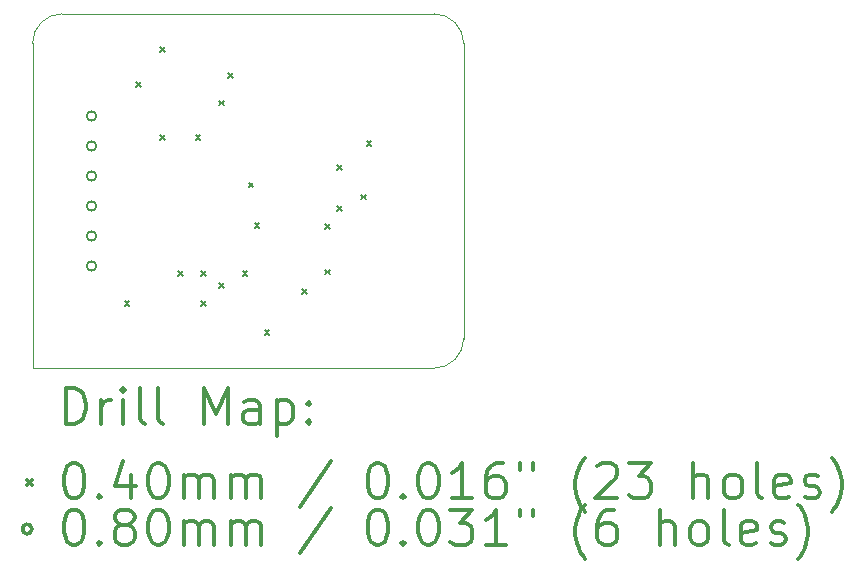
<source format=gbr>
%FSLAX45Y45*%
G04 Gerber Fmt 4.5, Leading zero omitted, Abs format (unit mm)*
G04 Created by KiCad (PCBNEW 5.1.2) date 2019-05-24 19:47:37*
%MOMM*%
%LPD*%
G04 APERTURE LIST*
%ADD10C,0.120000*%
%ADD11C,0.200000*%
%ADD12C,0.300000*%
G04 APERTURE END LIST*
D10*
X12300000Y-5900000D02*
G75*
G02X12550000Y-6150000I0J-250000D01*
G01*
X12550000Y-8650000D02*
G75*
G02X12300000Y-8900000I-250000J0D01*
G01*
X8900000Y-6150000D02*
G75*
G02X9150000Y-5900000I250000J0D01*
G01*
X8900000Y-8900000D02*
X8900000Y-6150000D01*
X12300000Y-8900000D02*
X8900000Y-8900000D01*
X12550000Y-6150000D02*
X12550000Y-8650000D01*
X9150000Y-5900000D02*
X12300000Y-5900000D01*
D11*
X9680000Y-8330000D02*
X9720000Y-8370000D01*
X9720000Y-8330000D02*
X9680000Y-8370000D01*
X9780000Y-6480000D02*
X9820000Y-6520000D01*
X9820000Y-6480000D02*
X9780000Y-6520000D01*
X9980000Y-6180000D02*
X10020000Y-6220000D01*
X10020000Y-6180000D02*
X9980000Y-6220000D01*
X9980000Y-6930000D02*
X10020000Y-6970000D01*
X10020000Y-6930000D02*
X9980000Y-6970000D01*
X10130000Y-8080000D02*
X10170000Y-8120000D01*
X10170000Y-8080000D02*
X10130000Y-8120000D01*
X10280000Y-6930000D02*
X10320000Y-6970000D01*
X10320000Y-6930000D02*
X10280000Y-6970000D01*
X10330000Y-8080000D02*
X10370000Y-8120000D01*
X10370000Y-8080000D02*
X10330000Y-8120000D01*
X10330000Y-8330000D02*
X10370000Y-8370000D01*
X10370000Y-8330000D02*
X10330000Y-8370000D01*
X10480000Y-6635000D02*
X10520000Y-6675000D01*
X10520000Y-6635000D02*
X10480000Y-6675000D01*
X10480000Y-8180000D02*
X10520000Y-8220000D01*
X10520000Y-8180000D02*
X10480000Y-8220000D01*
X10480000Y-8180000D02*
X10520000Y-8220000D01*
X10520000Y-8180000D02*
X10480000Y-8220000D01*
X10555000Y-6405000D02*
X10595000Y-6445000D01*
X10595000Y-6405000D02*
X10555000Y-6445000D01*
X10680000Y-8080000D02*
X10720000Y-8120000D01*
X10720000Y-8080000D02*
X10680000Y-8120000D01*
X10730000Y-7330000D02*
X10770000Y-7370000D01*
X10770000Y-7330000D02*
X10730000Y-7370000D01*
X10780000Y-7675000D02*
X10820000Y-7715000D01*
X10820000Y-7675000D02*
X10780000Y-7715000D01*
X10865000Y-8580000D02*
X10905000Y-8620000D01*
X10905000Y-8580000D02*
X10865000Y-8620000D01*
X11180000Y-8230000D02*
X11220000Y-8270000D01*
X11220000Y-8230000D02*
X11180000Y-8270000D01*
X11380000Y-7680000D02*
X11420000Y-7720000D01*
X11420000Y-7680000D02*
X11380000Y-7720000D01*
X11380000Y-8065000D02*
X11420000Y-8105000D01*
X11420000Y-8065000D02*
X11380000Y-8105000D01*
X11480000Y-7180000D02*
X11520000Y-7220000D01*
X11520000Y-7180000D02*
X11480000Y-7220000D01*
X11480000Y-7530000D02*
X11520000Y-7570000D01*
X11520000Y-7530000D02*
X11480000Y-7570000D01*
X11680000Y-7430000D02*
X11720000Y-7470000D01*
X11720000Y-7430000D02*
X11680000Y-7470000D01*
X11730000Y-6980000D02*
X11770000Y-7020000D01*
X11770000Y-6980000D02*
X11730000Y-7020000D01*
X9440000Y-6765000D02*
G75*
G03X9440000Y-6765000I-40000J0D01*
G01*
X9440000Y-7019000D02*
G75*
G03X9440000Y-7019000I-40000J0D01*
G01*
X9440000Y-7273000D02*
G75*
G03X9440000Y-7273000I-40000J0D01*
G01*
X9440000Y-7527000D02*
G75*
G03X9440000Y-7527000I-40000J0D01*
G01*
X9440000Y-7781000D02*
G75*
G03X9440000Y-7781000I-40000J0D01*
G01*
X9440000Y-8035000D02*
G75*
G03X9440000Y-8035000I-40000J0D01*
G01*
D12*
X9180428Y-9371714D02*
X9180428Y-9071714D01*
X9251857Y-9071714D01*
X9294714Y-9086000D01*
X9323286Y-9114572D01*
X9337571Y-9143143D01*
X9351857Y-9200286D01*
X9351857Y-9243143D01*
X9337571Y-9300286D01*
X9323286Y-9328857D01*
X9294714Y-9357429D01*
X9251857Y-9371714D01*
X9180428Y-9371714D01*
X9480428Y-9371714D02*
X9480428Y-9171714D01*
X9480428Y-9228857D02*
X9494714Y-9200286D01*
X9509000Y-9186000D01*
X9537571Y-9171714D01*
X9566143Y-9171714D01*
X9666143Y-9371714D02*
X9666143Y-9171714D01*
X9666143Y-9071714D02*
X9651857Y-9086000D01*
X9666143Y-9100286D01*
X9680428Y-9086000D01*
X9666143Y-9071714D01*
X9666143Y-9100286D01*
X9851857Y-9371714D02*
X9823286Y-9357429D01*
X9809000Y-9328857D01*
X9809000Y-9071714D01*
X10009000Y-9371714D02*
X9980428Y-9357429D01*
X9966143Y-9328857D01*
X9966143Y-9071714D01*
X10351857Y-9371714D02*
X10351857Y-9071714D01*
X10451857Y-9286000D01*
X10551857Y-9071714D01*
X10551857Y-9371714D01*
X10823286Y-9371714D02*
X10823286Y-9214572D01*
X10809000Y-9186000D01*
X10780428Y-9171714D01*
X10723286Y-9171714D01*
X10694714Y-9186000D01*
X10823286Y-9357429D02*
X10794714Y-9371714D01*
X10723286Y-9371714D01*
X10694714Y-9357429D01*
X10680428Y-9328857D01*
X10680428Y-9300286D01*
X10694714Y-9271714D01*
X10723286Y-9257429D01*
X10794714Y-9257429D01*
X10823286Y-9243143D01*
X10966143Y-9171714D02*
X10966143Y-9471714D01*
X10966143Y-9186000D02*
X10994714Y-9171714D01*
X11051857Y-9171714D01*
X11080428Y-9186000D01*
X11094714Y-9200286D01*
X11109000Y-9228857D01*
X11109000Y-9314572D01*
X11094714Y-9343143D01*
X11080428Y-9357429D01*
X11051857Y-9371714D01*
X10994714Y-9371714D01*
X10966143Y-9357429D01*
X11237571Y-9343143D02*
X11251857Y-9357429D01*
X11237571Y-9371714D01*
X11223286Y-9357429D01*
X11237571Y-9343143D01*
X11237571Y-9371714D01*
X11237571Y-9186000D02*
X11251857Y-9200286D01*
X11237571Y-9214572D01*
X11223286Y-9200286D01*
X11237571Y-9186000D01*
X11237571Y-9214572D01*
X8854000Y-9846000D02*
X8894000Y-9886000D01*
X8894000Y-9846000D02*
X8854000Y-9886000D01*
X9237571Y-9701714D02*
X9266143Y-9701714D01*
X9294714Y-9716000D01*
X9309000Y-9730286D01*
X9323286Y-9758857D01*
X9337571Y-9816000D01*
X9337571Y-9887429D01*
X9323286Y-9944572D01*
X9309000Y-9973143D01*
X9294714Y-9987429D01*
X9266143Y-10001714D01*
X9237571Y-10001714D01*
X9209000Y-9987429D01*
X9194714Y-9973143D01*
X9180428Y-9944572D01*
X9166143Y-9887429D01*
X9166143Y-9816000D01*
X9180428Y-9758857D01*
X9194714Y-9730286D01*
X9209000Y-9716000D01*
X9237571Y-9701714D01*
X9466143Y-9973143D02*
X9480428Y-9987429D01*
X9466143Y-10001714D01*
X9451857Y-9987429D01*
X9466143Y-9973143D01*
X9466143Y-10001714D01*
X9737571Y-9801714D02*
X9737571Y-10001714D01*
X9666143Y-9687429D02*
X9594714Y-9901714D01*
X9780428Y-9901714D01*
X9951857Y-9701714D02*
X9980428Y-9701714D01*
X10009000Y-9716000D01*
X10023286Y-9730286D01*
X10037571Y-9758857D01*
X10051857Y-9816000D01*
X10051857Y-9887429D01*
X10037571Y-9944572D01*
X10023286Y-9973143D01*
X10009000Y-9987429D01*
X9980428Y-10001714D01*
X9951857Y-10001714D01*
X9923286Y-9987429D01*
X9909000Y-9973143D01*
X9894714Y-9944572D01*
X9880428Y-9887429D01*
X9880428Y-9816000D01*
X9894714Y-9758857D01*
X9909000Y-9730286D01*
X9923286Y-9716000D01*
X9951857Y-9701714D01*
X10180428Y-10001714D02*
X10180428Y-9801714D01*
X10180428Y-9830286D02*
X10194714Y-9816000D01*
X10223286Y-9801714D01*
X10266143Y-9801714D01*
X10294714Y-9816000D01*
X10309000Y-9844572D01*
X10309000Y-10001714D01*
X10309000Y-9844572D02*
X10323286Y-9816000D01*
X10351857Y-9801714D01*
X10394714Y-9801714D01*
X10423286Y-9816000D01*
X10437571Y-9844572D01*
X10437571Y-10001714D01*
X10580428Y-10001714D02*
X10580428Y-9801714D01*
X10580428Y-9830286D02*
X10594714Y-9816000D01*
X10623286Y-9801714D01*
X10666143Y-9801714D01*
X10694714Y-9816000D01*
X10709000Y-9844572D01*
X10709000Y-10001714D01*
X10709000Y-9844572D02*
X10723286Y-9816000D01*
X10751857Y-9801714D01*
X10794714Y-9801714D01*
X10823286Y-9816000D01*
X10837571Y-9844572D01*
X10837571Y-10001714D01*
X11423286Y-9687429D02*
X11166143Y-10073143D01*
X11809000Y-9701714D02*
X11837571Y-9701714D01*
X11866143Y-9716000D01*
X11880428Y-9730286D01*
X11894714Y-9758857D01*
X11909000Y-9816000D01*
X11909000Y-9887429D01*
X11894714Y-9944572D01*
X11880428Y-9973143D01*
X11866143Y-9987429D01*
X11837571Y-10001714D01*
X11809000Y-10001714D01*
X11780428Y-9987429D01*
X11766143Y-9973143D01*
X11751857Y-9944572D01*
X11737571Y-9887429D01*
X11737571Y-9816000D01*
X11751857Y-9758857D01*
X11766143Y-9730286D01*
X11780428Y-9716000D01*
X11809000Y-9701714D01*
X12037571Y-9973143D02*
X12051857Y-9987429D01*
X12037571Y-10001714D01*
X12023286Y-9987429D01*
X12037571Y-9973143D01*
X12037571Y-10001714D01*
X12237571Y-9701714D02*
X12266143Y-9701714D01*
X12294714Y-9716000D01*
X12309000Y-9730286D01*
X12323286Y-9758857D01*
X12337571Y-9816000D01*
X12337571Y-9887429D01*
X12323286Y-9944572D01*
X12309000Y-9973143D01*
X12294714Y-9987429D01*
X12266143Y-10001714D01*
X12237571Y-10001714D01*
X12209000Y-9987429D01*
X12194714Y-9973143D01*
X12180428Y-9944572D01*
X12166143Y-9887429D01*
X12166143Y-9816000D01*
X12180428Y-9758857D01*
X12194714Y-9730286D01*
X12209000Y-9716000D01*
X12237571Y-9701714D01*
X12623286Y-10001714D02*
X12451857Y-10001714D01*
X12537571Y-10001714D02*
X12537571Y-9701714D01*
X12509000Y-9744572D01*
X12480428Y-9773143D01*
X12451857Y-9787429D01*
X12880428Y-9701714D02*
X12823286Y-9701714D01*
X12794714Y-9716000D01*
X12780428Y-9730286D01*
X12751857Y-9773143D01*
X12737571Y-9830286D01*
X12737571Y-9944572D01*
X12751857Y-9973143D01*
X12766143Y-9987429D01*
X12794714Y-10001714D01*
X12851857Y-10001714D01*
X12880428Y-9987429D01*
X12894714Y-9973143D01*
X12909000Y-9944572D01*
X12909000Y-9873143D01*
X12894714Y-9844572D01*
X12880428Y-9830286D01*
X12851857Y-9816000D01*
X12794714Y-9816000D01*
X12766143Y-9830286D01*
X12751857Y-9844572D01*
X12737571Y-9873143D01*
X13023286Y-9701714D02*
X13023286Y-9758857D01*
X13137571Y-9701714D02*
X13137571Y-9758857D01*
X13580428Y-10116000D02*
X13566143Y-10101714D01*
X13537571Y-10058857D01*
X13523286Y-10030286D01*
X13509000Y-9987429D01*
X13494714Y-9916000D01*
X13494714Y-9858857D01*
X13509000Y-9787429D01*
X13523286Y-9744572D01*
X13537571Y-9716000D01*
X13566143Y-9673143D01*
X13580428Y-9658857D01*
X13680428Y-9730286D02*
X13694714Y-9716000D01*
X13723286Y-9701714D01*
X13794714Y-9701714D01*
X13823286Y-9716000D01*
X13837571Y-9730286D01*
X13851857Y-9758857D01*
X13851857Y-9787429D01*
X13837571Y-9830286D01*
X13666143Y-10001714D01*
X13851857Y-10001714D01*
X13951857Y-9701714D02*
X14137571Y-9701714D01*
X14037571Y-9816000D01*
X14080428Y-9816000D01*
X14109000Y-9830286D01*
X14123286Y-9844572D01*
X14137571Y-9873143D01*
X14137571Y-9944572D01*
X14123286Y-9973143D01*
X14109000Y-9987429D01*
X14080428Y-10001714D01*
X13994714Y-10001714D01*
X13966143Y-9987429D01*
X13951857Y-9973143D01*
X14494714Y-10001714D02*
X14494714Y-9701714D01*
X14623286Y-10001714D02*
X14623286Y-9844572D01*
X14609000Y-9816000D01*
X14580428Y-9801714D01*
X14537571Y-9801714D01*
X14509000Y-9816000D01*
X14494714Y-9830286D01*
X14809000Y-10001714D02*
X14780428Y-9987429D01*
X14766143Y-9973143D01*
X14751857Y-9944572D01*
X14751857Y-9858857D01*
X14766143Y-9830286D01*
X14780428Y-9816000D01*
X14809000Y-9801714D01*
X14851857Y-9801714D01*
X14880428Y-9816000D01*
X14894714Y-9830286D01*
X14909000Y-9858857D01*
X14909000Y-9944572D01*
X14894714Y-9973143D01*
X14880428Y-9987429D01*
X14851857Y-10001714D01*
X14809000Y-10001714D01*
X15080428Y-10001714D02*
X15051857Y-9987429D01*
X15037571Y-9958857D01*
X15037571Y-9701714D01*
X15309000Y-9987429D02*
X15280428Y-10001714D01*
X15223286Y-10001714D01*
X15194714Y-9987429D01*
X15180428Y-9958857D01*
X15180428Y-9844572D01*
X15194714Y-9816000D01*
X15223286Y-9801714D01*
X15280428Y-9801714D01*
X15309000Y-9816000D01*
X15323286Y-9844572D01*
X15323286Y-9873143D01*
X15180428Y-9901714D01*
X15437571Y-9987429D02*
X15466143Y-10001714D01*
X15523286Y-10001714D01*
X15551857Y-9987429D01*
X15566143Y-9958857D01*
X15566143Y-9944572D01*
X15551857Y-9916000D01*
X15523286Y-9901714D01*
X15480428Y-9901714D01*
X15451857Y-9887429D01*
X15437571Y-9858857D01*
X15437571Y-9844572D01*
X15451857Y-9816000D01*
X15480428Y-9801714D01*
X15523286Y-9801714D01*
X15551857Y-9816000D01*
X15666143Y-10116000D02*
X15680428Y-10101714D01*
X15709000Y-10058857D01*
X15723286Y-10030286D01*
X15737571Y-9987429D01*
X15751857Y-9916000D01*
X15751857Y-9858857D01*
X15737571Y-9787429D01*
X15723286Y-9744572D01*
X15709000Y-9716000D01*
X15680428Y-9673143D01*
X15666143Y-9658857D01*
X8894000Y-10262000D02*
G75*
G03X8894000Y-10262000I-40000J0D01*
G01*
X9237571Y-10097714D02*
X9266143Y-10097714D01*
X9294714Y-10112000D01*
X9309000Y-10126286D01*
X9323286Y-10154857D01*
X9337571Y-10212000D01*
X9337571Y-10283429D01*
X9323286Y-10340572D01*
X9309000Y-10369143D01*
X9294714Y-10383429D01*
X9266143Y-10397714D01*
X9237571Y-10397714D01*
X9209000Y-10383429D01*
X9194714Y-10369143D01*
X9180428Y-10340572D01*
X9166143Y-10283429D01*
X9166143Y-10212000D01*
X9180428Y-10154857D01*
X9194714Y-10126286D01*
X9209000Y-10112000D01*
X9237571Y-10097714D01*
X9466143Y-10369143D02*
X9480428Y-10383429D01*
X9466143Y-10397714D01*
X9451857Y-10383429D01*
X9466143Y-10369143D01*
X9466143Y-10397714D01*
X9651857Y-10226286D02*
X9623286Y-10212000D01*
X9609000Y-10197714D01*
X9594714Y-10169143D01*
X9594714Y-10154857D01*
X9609000Y-10126286D01*
X9623286Y-10112000D01*
X9651857Y-10097714D01*
X9709000Y-10097714D01*
X9737571Y-10112000D01*
X9751857Y-10126286D01*
X9766143Y-10154857D01*
X9766143Y-10169143D01*
X9751857Y-10197714D01*
X9737571Y-10212000D01*
X9709000Y-10226286D01*
X9651857Y-10226286D01*
X9623286Y-10240572D01*
X9609000Y-10254857D01*
X9594714Y-10283429D01*
X9594714Y-10340572D01*
X9609000Y-10369143D01*
X9623286Y-10383429D01*
X9651857Y-10397714D01*
X9709000Y-10397714D01*
X9737571Y-10383429D01*
X9751857Y-10369143D01*
X9766143Y-10340572D01*
X9766143Y-10283429D01*
X9751857Y-10254857D01*
X9737571Y-10240572D01*
X9709000Y-10226286D01*
X9951857Y-10097714D02*
X9980428Y-10097714D01*
X10009000Y-10112000D01*
X10023286Y-10126286D01*
X10037571Y-10154857D01*
X10051857Y-10212000D01*
X10051857Y-10283429D01*
X10037571Y-10340572D01*
X10023286Y-10369143D01*
X10009000Y-10383429D01*
X9980428Y-10397714D01*
X9951857Y-10397714D01*
X9923286Y-10383429D01*
X9909000Y-10369143D01*
X9894714Y-10340572D01*
X9880428Y-10283429D01*
X9880428Y-10212000D01*
X9894714Y-10154857D01*
X9909000Y-10126286D01*
X9923286Y-10112000D01*
X9951857Y-10097714D01*
X10180428Y-10397714D02*
X10180428Y-10197714D01*
X10180428Y-10226286D02*
X10194714Y-10212000D01*
X10223286Y-10197714D01*
X10266143Y-10197714D01*
X10294714Y-10212000D01*
X10309000Y-10240572D01*
X10309000Y-10397714D01*
X10309000Y-10240572D02*
X10323286Y-10212000D01*
X10351857Y-10197714D01*
X10394714Y-10197714D01*
X10423286Y-10212000D01*
X10437571Y-10240572D01*
X10437571Y-10397714D01*
X10580428Y-10397714D02*
X10580428Y-10197714D01*
X10580428Y-10226286D02*
X10594714Y-10212000D01*
X10623286Y-10197714D01*
X10666143Y-10197714D01*
X10694714Y-10212000D01*
X10709000Y-10240572D01*
X10709000Y-10397714D01*
X10709000Y-10240572D02*
X10723286Y-10212000D01*
X10751857Y-10197714D01*
X10794714Y-10197714D01*
X10823286Y-10212000D01*
X10837571Y-10240572D01*
X10837571Y-10397714D01*
X11423286Y-10083429D02*
X11166143Y-10469143D01*
X11809000Y-10097714D02*
X11837571Y-10097714D01*
X11866143Y-10112000D01*
X11880428Y-10126286D01*
X11894714Y-10154857D01*
X11909000Y-10212000D01*
X11909000Y-10283429D01*
X11894714Y-10340572D01*
X11880428Y-10369143D01*
X11866143Y-10383429D01*
X11837571Y-10397714D01*
X11809000Y-10397714D01*
X11780428Y-10383429D01*
X11766143Y-10369143D01*
X11751857Y-10340572D01*
X11737571Y-10283429D01*
X11737571Y-10212000D01*
X11751857Y-10154857D01*
X11766143Y-10126286D01*
X11780428Y-10112000D01*
X11809000Y-10097714D01*
X12037571Y-10369143D02*
X12051857Y-10383429D01*
X12037571Y-10397714D01*
X12023286Y-10383429D01*
X12037571Y-10369143D01*
X12037571Y-10397714D01*
X12237571Y-10097714D02*
X12266143Y-10097714D01*
X12294714Y-10112000D01*
X12309000Y-10126286D01*
X12323286Y-10154857D01*
X12337571Y-10212000D01*
X12337571Y-10283429D01*
X12323286Y-10340572D01*
X12309000Y-10369143D01*
X12294714Y-10383429D01*
X12266143Y-10397714D01*
X12237571Y-10397714D01*
X12209000Y-10383429D01*
X12194714Y-10369143D01*
X12180428Y-10340572D01*
X12166143Y-10283429D01*
X12166143Y-10212000D01*
X12180428Y-10154857D01*
X12194714Y-10126286D01*
X12209000Y-10112000D01*
X12237571Y-10097714D01*
X12437571Y-10097714D02*
X12623286Y-10097714D01*
X12523286Y-10212000D01*
X12566143Y-10212000D01*
X12594714Y-10226286D01*
X12609000Y-10240572D01*
X12623286Y-10269143D01*
X12623286Y-10340572D01*
X12609000Y-10369143D01*
X12594714Y-10383429D01*
X12566143Y-10397714D01*
X12480428Y-10397714D01*
X12451857Y-10383429D01*
X12437571Y-10369143D01*
X12909000Y-10397714D02*
X12737571Y-10397714D01*
X12823286Y-10397714D02*
X12823286Y-10097714D01*
X12794714Y-10140572D01*
X12766143Y-10169143D01*
X12737571Y-10183429D01*
X13023286Y-10097714D02*
X13023286Y-10154857D01*
X13137571Y-10097714D02*
X13137571Y-10154857D01*
X13580428Y-10512000D02*
X13566143Y-10497714D01*
X13537571Y-10454857D01*
X13523286Y-10426286D01*
X13509000Y-10383429D01*
X13494714Y-10312000D01*
X13494714Y-10254857D01*
X13509000Y-10183429D01*
X13523286Y-10140572D01*
X13537571Y-10112000D01*
X13566143Y-10069143D01*
X13580428Y-10054857D01*
X13823286Y-10097714D02*
X13766143Y-10097714D01*
X13737571Y-10112000D01*
X13723286Y-10126286D01*
X13694714Y-10169143D01*
X13680428Y-10226286D01*
X13680428Y-10340572D01*
X13694714Y-10369143D01*
X13709000Y-10383429D01*
X13737571Y-10397714D01*
X13794714Y-10397714D01*
X13823286Y-10383429D01*
X13837571Y-10369143D01*
X13851857Y-10340572D01*
X13851857Y-10269143D01*
X13837571Y-10240572D01*
X13823286Y-10226286D01*
X13794714Y-10212000D01*
X13737571Y-10212000D01*
X13709000Y-10226286D01*
X13694714Y-10240572D01*
X13680428Y-10269143D01*
X14209000Y-10397714D02*
X14209000Y-10097714D01*
X14337571Y-10397714D02*
X14337571Y-10240572D01*
X14323286Y-10212000D01*
X14294714Y-10197714D01*
X14251857Y-10197714D01*
X14223286Y-10212000D01*
X14209000Y-10226286D01*
X14523286Y-10397714D02*
X14494714Y-10383429D01*
X14480428Y-10369143D01*
X14466143Y-10340572D01*
X14466143Y-10254857D01*
X14480428Y-10226286D01*
X14494714Y-10212000D01*
X14523286Y-10197714D01*
X14566143Y-10197714D01*
X14594714Y-10212000D01*
X14609000Y-10226286D01*
X14623286Y-10254857D01*
X14623286Y-10340572D01*
X14609000Y-10369143D01*
X14594714Y-10383429D01*
X14566143Y-10397714D01*
X14523286Y-10397714D01*
X14794714Y-10397714D02*
X14766143Y-10383429D01*
X14751857Y-10354857D01*
X14751857Y-10097714D01*
X15023286Y-10383429D02*
X14994714Y-10397714D01*
X14937571Y-10397714D01*
X14909000Y-10383429D01*
X14894714Y-10354857D01*
X14894714Y-10240572D01*
X14909000Y-10212000D01*
X14937571Y-10197714D01*
X14994714Y-10197714D01*
X15023286Y-10212000D01*
X15037571Y-10240572D01*
X15037571Y-10269143D01*
X14894714Y-10297714D01*
X15151857Y-10383429D02*
X15180428Y-10397714D01*
X15237571Y-10397714D01*
X15266143Y-10383429D01*
X15280428Y-10354857D01*
X15280428Y-10340572D01*
X15266143Y-10312000D01*
X15237571Y-10297714D01*
X15194714Y-10297714D01*
X15166143Y-10283429D01*
X15151857Y-10254857D01*
X15151857Y-10240572D01*
X15166143Y-10212000D01*
X15194714Y-10197714D01*
X15237571Y-10197714D01*
X15266143Y-10212000D01*
X15380428Y-10512000D02*
X15394714Y-10497714D01*
X15423286Y-10454857D01*
X15437571Y-10426286D01*
X15451857Y-10383429D01*
X15466143Y-10312000D01*
X15466143Y-10254857D01*
X15451857Y-10183429D01*
X15437571Y-10140572D01*
X15423286Y-10112000D01*
X15394714Y-10069143D01*
X15380428Y-10054857D01*
M02*

</source>
